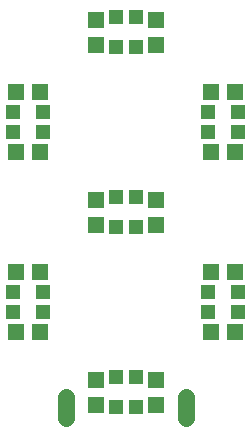
<source format=gts>
G75*
G70*
%OFA0B0*%
%FSLAX24Y24*%
%IPPOS*%
%LPD*%
%AMOC8*
5,1,8,0,0,1.08239X$1,22.5*
%
%ADD10R,0.0552X0.0552*%
%ADD11R,0.0474X0.0513*%
%ADD12R,0.0513X0.0474*%
%ADD13C,0.0580*%
D10*
X012581Y005759D03*
X012581Y006586D03*
X014581Y006586D03*
X014581Y005759D03*
X016418Y008173D03*
X017244Y008173D03*
X017244Y010173D03*
X016418Y010173D03*
X014581Y011759D03*
X014581Y012586D03*
X012581Y012586D03*
X012581Y011759D03*
X010744Y010173D03*
X009918Y010173D03*
X009918Y008173D03*
X010744Y008173D03*
X010744Y014173D03*
X009918Y014173D03*
X009918Y016173D03*
X010744Y016173D03*
X012581Y017759D03*
X012581Y018586D03*
X014581Y018586D03*
X014581Y017759D03*
X016418Y016173D03*
X017244Y016173D03*
X017244Y014173D03*
X016418Y014173D03*
D11*
X016331Y014838D03*
X017331Y014838D03*
X017331Y015507D03*
X016331Y015507D03*
X010831Y015507D03*
X009831Y015507D03*
X009831Y014838D03*
X010831Y014838D03*
X010831Y009507D03*
X009831Y009507D03*
X009831Y008838D03*
X010831Y008838D03*
X016331Y008838D03*
X017331Y008838D03*
X017331Y009507D03*
X016331Y009507D03*
D12*
X013916Y011673D03*
X013246Y011673D03*
X013246Y012673D03*
X013916Y012673D03*
X013916Y017673D03*
X013246Y017673D03*
X013246Y018673D03*
X013916Y018673D03*
X013916Y006673D03*
X013246Y006673D03*
X013246Y005673D03*
X013916Y005673D03*
D13*
X011581Y005323D02*
X011581Y006023D01*
X015581Y006023D02*
X015581Y005323D01*
M02*

</source>
